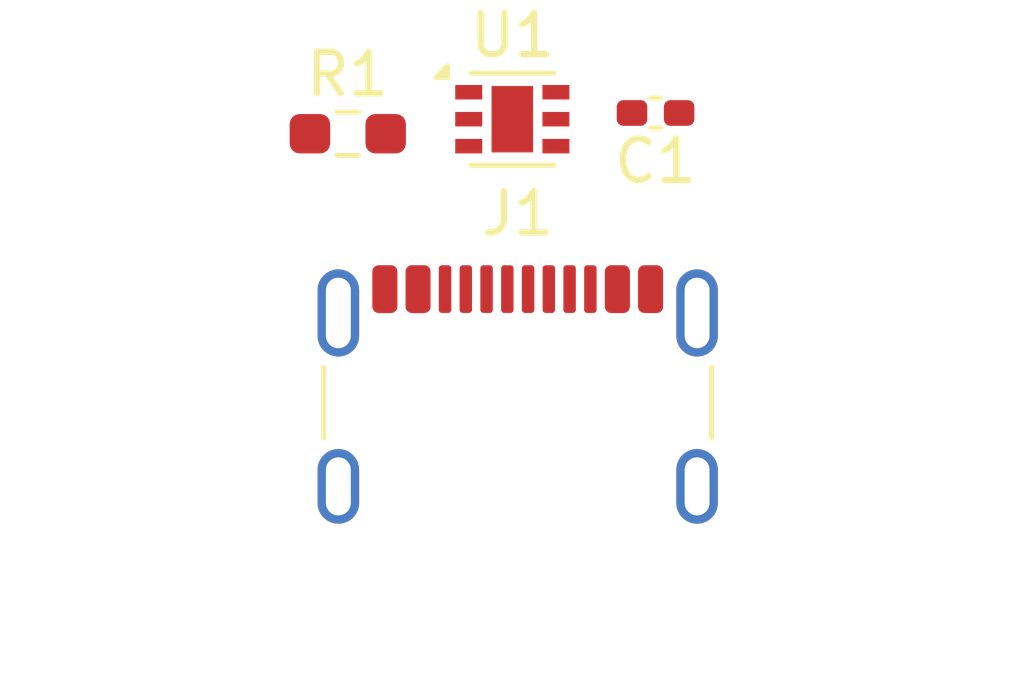
<source format=kicad_pcb>
(kicad_pcb (version 20240108) (generator "pcbnew") (generator_version "8.0")
  (layers (0 "F.Cu" signal) (31 "B.Cu" signal) (34 "B.Paste" user) (35 "F.Paste" user) (36 "B.SilkS" user "B.Silkscreen") (37 "F.SilkS" user "F.Silkscreen") (38 "B.Mask" user) (39 "F.Mask" user) (44 "Edge.Cuts" user))
  (net 0 "")
  (net 6 "GND")
  (net 7 "/VBUS")
  (net 8 "/CC1")
  (net 9 "/D-")
  (net 10 "/CC2")
  (net 11 "/D+")
  (net 12 "Net-(U1-VSET)")
  (footprint "Capacitor_SMD:C_0402_1005Metric_Pad0.74x0.62mm_HandSolder" (layer "F.Cu") (at 158.5 115 180)
    (property "Reference" "C1" (at 0 -1.16 0) (layer "F.SilkS"))
    (property "Value" "1uF")
    (fp_line (start -0.115835 0.36) (end 0.115835 0.36) (stroke (width 0.12)) (layer "F.SilkS"))
    (fp_line (start -0.115835 -0.36) (end 0.115835 -0.36) (stroke (width 0.12)) (layer "F.SilkS"))
    (pad "1" smd roundrect (at -0.5675 0 180) (size 0.735 0.62) (layers "F.Cu" "F.Paste" "F.Mask") (net 6 "GND"))
    (pad "2" smd roundrect (at 0.5675 0 180) (size 0.735 0.62) (layers "F.Cu" "F.Paste" "F.Mask") (net 7 "/VBUS"))
  )
  (footprint "Resistor_SMD:R_0603_1608Metric_Pad0.98x0.95mm_HandSolder" (layer "F.Cu") (at 151.0875 115.5)
    (property "Reference" "R1" (at 0 -1.43 0) (layer "F.SilkS"))
    (property "Value" "75k")
    (fp_line (start -0.254724 -0.5225) (end 0.254724 -0.5225) (stroke (width 0.12)) (layer "F.SilkS"))
    (fp_line (start -0.254724 0.5225) (end 0.254724 0.5225) (stroke (width 0.12)) (layer "F.SilkS"))
    (pad "1" smd roundrect (at -0.9125 0) (size 0.975 0.95) (layers "F.Cu" "F.Paste" "F.Mask") (net 12 "Net-(U1-VSET)"))
    (pad "2" smd roundrect (at 0.9125 0) (size 0.975 0.95) (layers "F.Cu" "F.Paste" "F.Mask") (net 6 "GND"))
  )
  (footprint "Connector_USB:USB_C_Receptacle_GCT_USB4105-xx-A_16P_TopMnt_Horizontal" (layer "F.Cu") (at 155.18 122.925)
    (property "Reference" "J1" (at 0 -5.5 0) (layer "F.SilkS"))
    (property "Value" "USB_C_Receptacle_USB2.0_16P")
    (fp_line (start -4.67 -0.1) (end -4.67 -1.8) (stroke (width 0.12)) (layer "F.SilkS"))
    (fp_line (start 4.67 -0.1) (end 4.67 -1.8) (stroke (width 0.12)) (layer "F.SilkS"))
    (pad "" np_thru_hole circle (at -2.89 -2.605) (size 0.65 0.65) (drill 0.65) (layers "F&B.Cu" "*.Mask"))
    (pad "" np_thru_hole circle (at 2.89 -2.605) (size 0.65 0.65) (drill 0.65) (layers "F&B.Cu" "*.Mask"))
    (pad "A1" smd roundrect (at -3.2 -3.68) (size 0.6 1.15) (layers "F.Cu" "F.Paste" "F.Mask") (net 6 "GND"))
    (pad "A4" smd roundrect (at -2.4 -3.68) (size 0.6 1.15) (layers "F.Cu" "F.Paste" "F.Mask") (net 7 "/VBUS"))
    (pad "A5" smd roundrect (at -1.25 -3.68) (size 0.3 1.15) (layers "F.Cu" "F.Paste" "F.Mask") (net 8 "/CC1"))
    (pad "A6" smd roundrect (at -0.25 -3.68) (size 0.3 1.15) (layers "F.Cu" "F.Paste" "F.Mask") (net 11 "/D+"))
    (pad "A7" smd roundrect (at 0.25 -3.68) (size 0.3 1.15) (layers "F.Cu" "F.Paste" "F.Mask") (net 9 "/D-"))
    (pad "A8" smd roundrect (at 1.25 -3.68) (size 0.3 1.15) (layers "F.Cu" "F.Paste" "F.Mask"))
    (pad "A9" smd roundrect (at 2.4 -3.68) (size 0.6 1.15) (layers "F.Cu" "F.Paste" "F.Mask") (net 7 "/VBUS"))
    (pad "A12" smd roundrect (at 3.2 -3.68) (size 0.6 1.15) (layers "F.Cu" "F.Paste" "F.Mask") (net 6 "GND"))
    (pad "B1" smd roundrect (at 3.2 -3.68) (size 0.6 1.15) (layers "F.Cu" "F.Paste" "F.Mask") (net 6 "GND"))
    (pad "B4" smd roundrect (at 2.4 -3.68) (size 0.6 1.15) (layers "F.Cu" "F.Paste" "F.Mask") (net 7 "/VBUS"))
    (pad "B5" smd roundrect (at 1.75 -3.68) (size 0.3 1.15) (layers "F.Cu" "F.Paste" "F.Mask") (net 10 "/CC2"))
    (pad "B6" smd roundrect (at 0.75 -3.68) (size 0.3 1.15) (layers "F.Cu" "F.Paste" "F.Mask"))
    (pad "B7" smd roundrect (at -0.75 -3.68) (size 0.3 1.15) (layers "F.Cu" "F.Paste" "F.Mask"))
    (pad "B8" smd roundrect (at -1.75 -3.68) (size 0.3 1.15) (layers "F.Cu" "F.Paste" "F.Mask"))
    (pad "B9" smd roundrect (at -2.4 -3.68) (size 0.6 1.15) (layers "F.Cu" "F.Paste" "F.Mask") (net 7 "/VBUS"))
    (pad "B12" smd roundrect (at -3.2 -3.68) (size 0.6 1.15) (layers "F.Cu" "F.Paste" "F.Mask") (net 6 "GND"))
    (pad "S1" thru_hole oval (at -4.32 -3.105) (size 1 2.1) (drill oval 0.6 1.7) (property pad_prop_heatsink) (layers "*.Cu" "*.Mask" "F.Paste"))
    (pad "S1" thru_hole oval (at -4.32 1.075) (size 1 1.8) (drill oval 0.6 1.4) (property pad_prop_heatsink) (layers "*.Cu" "*.Mask" "F.Paste"))
    (pad "S1" thru_hole oval (at 4.32 -3.105) (size 1 2.1) (drill oval 0.6 1.7) (property pad_prop_heatsink) (layers "*.Cu" "*.Mask" "F.Paste"))
    (pad "S1" thru_hole oval (at 4.32 1.075) (size 1 1.8) (drill oval 0.6 1.4) (property pad_prop_heatsink) (layers "*.Cu" "*.Mask" "F.Paste"))
  )
  (footprint "Package_DFN_QFN:DFN-6-1EP_2x2mm_P0.65mm_EP1x1.6mm" (layer "F.Cu") (at 155.05 115.15)
    (property "Reference" "U1" (at 0 -2.025 0) (layer "F.SilkS"))
    (property "Value" "DFN-6L-EP(2x2)_USB_PD_ROHS")
    (fp_line (start -1 -1.11) (end 1 -1.11) (stroke (width 0.12)) (layer "F.SilkS"))
    (fp_line (start -1 1.11) (end 1 1.11) (stroke (width 0.12)) (layer "F.SilkS"))
    (fp_poly (pts (xy -1.56 -1.01) (xy -1.84 -1.01) (xy -1.56 -1.29) (xy -1.56 -1.01)) (stroke (width 0.12)) (fill solid) (layer "F.SilkS"))
    (pad "1" smd rect (at -1.05 -0.65) (size 0.65 0.35) (layers "F.Cu" "F.Paste" "F.Mask") (net 8 "/CC1"))
    (pad "2" smd rect (at -1.05 0) (size 0.65 0.35) (layers "F.Cu" "F.Paste" "F.Mask") (net 7 "/VBUS"))
    (pad "3" smd rect (at -1.05 0.65) (size 0.65 0.35) (layers "F.Cu" "F.Paste" "F.Mask") (net 12 "Net-(U1-VSET)"))
    (pad "4" smd rect (at 1.05 0.65) (size 0.65 0.35) (layers "F.Cu" "F.Paste" "F.Mask") (net 11 "/D+"))
    (pad "5" smd rect (at 1.05 0) (size 0.65 0.35) (layers "F.Cu" "F.Paste" "F.Mask") (net 9 "/D-"))
    (pad "6" smd rect (at 1.05 -0.65) (size 0.65 0.35) (layers "F.Cu" "F.Paste" "F.Mask") (net 10 "/CC2"))
    (pad "7" smd rect (at 0 0) (size 1 1.6) (layers "F.Cu" "F.Mask") (net 6 "GND"))
  )
)
</source>
